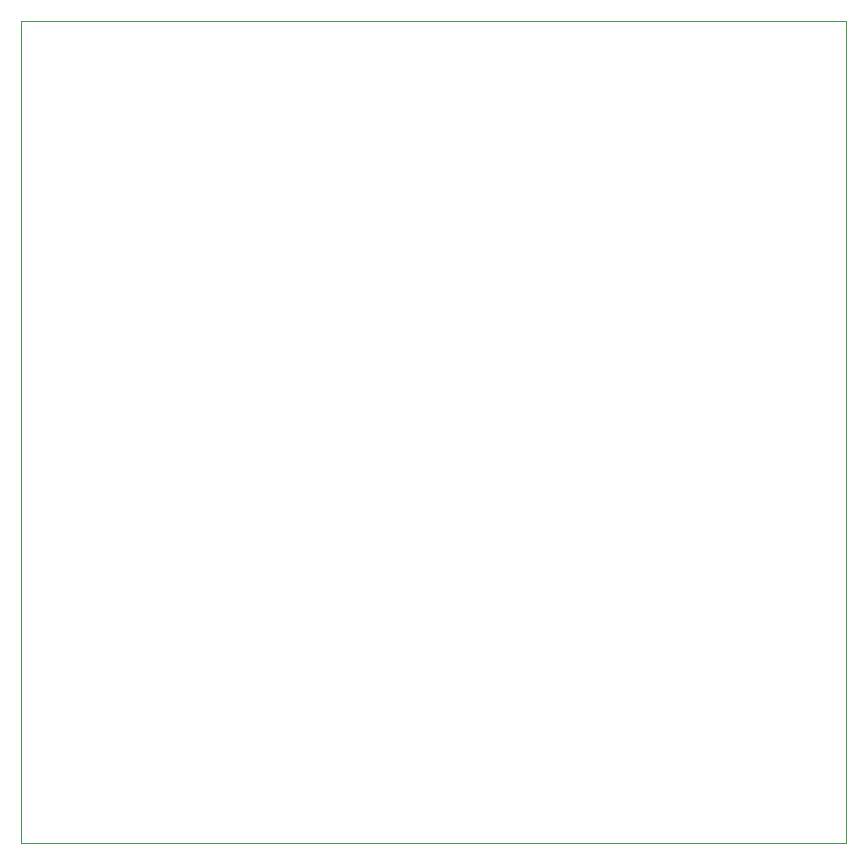
<source format=gbr>
%TF.GenerationSoftware,KiCad,Pcbnew,(7.0.0)*%
%TF.CreationDate,2023-03-13T08:12:35+05:30*%
%TF.ProjectId,Stem,5374656d-2e6b-4696-9361-645f70636258,1.0*%
%TF.SameCoordinates,Original*%
%TF.FileFunction,Profile,NP*%
%FSLAX46Y46*%
G04 Gerber Fmt 4.6, Leading zero omitted, Abs format (unit mm)*
G04 Created by KiCad (PCBNEW (7.0.0)) date 2023-03-13 08:12:35*
%MOMM*%
%LPD*%
G01*
G04 APERTURE LIST*
%TA.AperFunction,Profile*%
%ADD10C,0.100000*%
%TD*%
G04 APERTURE END LIST*
D10*
X112380000Y-42820000D02*
X182180000Y-42820000D01*
X182180000Y-42820000D02*
X182180000Y-112420000D01*
X182180000Y-112420000D02*
X112380000Y-112420000D01*
X112380000Y-112420000D02*
X112380000Y-42820000D01*
M02*

</source>
